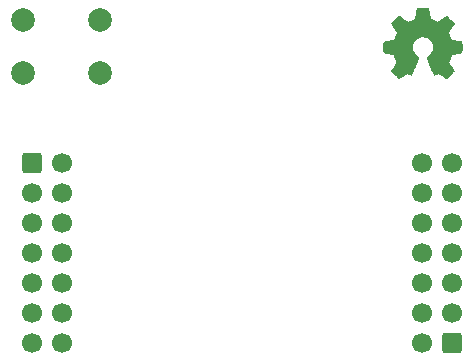
<source format=gts>
%TF.GenerationSoftware,KiCad,Pcbnew,(6.0.10-0)*%
%TF.CreationDate,2023-01-12T22:41:03+08:00*%
%TF.ProjectId,Control,436f6e74-726f-46c2-9e6b-696361645f70,V3.2.2*%
%TF.SameCoordinates,PX7df6180PY32de760*%
%TF.FileFunction,Soldermask,Top*%
%TF.FilePolarity,Negative*%
%FSLAX46Y46*%
G04 Gerber Fmt 4.6, Leading zero omitted, Abs format (unit mm)*
G04 Created by KiCad (PCBNEW (6.0.10-0)) date 2023-01-12 22:41:03*
%MOMM*%
%LPD*%
G01*
G04 APERTURE LIST*
G04 Aperture macros list*
%AMRoundRect*
0 Rectangle with rounded corners*
0 $1 Rounding radius*
0 $2 $3 $4 $5 $6 $7 $8 $9 X,Y pos of 4 corners*
0 Add a 4 corners polygon primitive as box body*
4,1,4,$2,$3,$4,$5,$6,$7,$8,$9,$2,$3,0*
0 Add four circle primitives for the rounded corners*
1,1,$1+$1,$2,$3*
1,1,$1+$1,$4,$5*
1,1,$1+$1,$6,$7*
1,1,$1+$1,$8,$9*
0 Add four rect primitives between the rounded corners*
20,1,$1+$1,$2,$3,$4,$5,0*
20,1,$1+$1,$4,$5,$6,$7,0*
20,1,$1+$1,$6,$7,$8,$9,0*
20,1,$1+$1,$8,$9,$2,$3,0*%
G04 Aperture macros list end*
%ADD10C,0.010000*%
%ADD11RoundRect,0.250000X-0.600000X-0.600000X0.600000X-0.600000X0.600000X0.600000X-0.600000X0.600000X0*%
%ADD12C,1.700000*%
%ADD13RoundRect,0.250000X0.600000X0.600000X-0.600000X0.600000X-0.600000X-0.600000X0.600000X-0.600000X0*%
%ADD14C,2.000000*%
G04 APERTURE END LIST*
%TO.C,Logo1*%
G36*
X23415814Y3801069D02*
G01*
X23499635Y3356445D01*
X23808920Y3228947D01*
X24118206Y3101449D01*
X24489246Y3353754D01*
X24593157Y3424004D01*
X24687087Y3486728D01*
X24766652Y3539062D01*
X24827470Y3578143D01*
X24865157Y3601107D01*
X24875421Y3606058D01*
X24893910Y3593324D01*
X24933420Y3558118D01*
X24989522Y3504938D01*
X25057787Y3438282D01*
X25133786Y3362646D01*
X25213092Y3282528D01*
X25291275Y3202426D01*
X25363907Y3126836D01*
X25426559Y3060255D01*
X25474803Y3007182D01*
X25504210Y2972113D01*
X25511241Y2960377D01*
X25501123Y2938740D01*
X25472759Y2891338D01*
X25429129Y2822807D01*
X25373218Y2737785D01*
X25308006Y2640907D01*
X25270219Y2585650D01*
X25201343Y2484752D01*
X25140140Y2393701D01*
X25089578Y2317030D01*
X25052628Y2259272D01*
X25032258Y2224957D01*
X25029197Y2217746D01*
X25036136Y2197252D01*
X25055051Y2149487D01*
X25083087Y2081168D01*
X25117391Y1999011D01*
X25155109Y1909730D01*
X25193387Y1820042D01*
X25229370Y1736662D01*
X25260206Y1666306D01*
X25283039Y1615690D01*
X25295017Y1591529D01*
X25295724Y1590578D01*
X25314531Y1585964D01*
X25364618Y1575672D01*
X25440793Y1560713D01*
X25537865Y1542099D01*
X25650643Y1520841D01*
X25716442Y1508582D01*
X25836950Y1485638D01*
X25945797Y1463805D01*
X26037476Y1444278D01*
X26106481Y1428252D01*
X26147304Y1416921D01*
X26155511Y1413326D01*
X26163548Y1388994D01*
X26170033Y1334041D01*
X26174970Y1254892D01*
X26178364Y1157974D01*
X26180218Y1049713D01*
X26180538Y936535D01*
X26179327Y824865D01*
X26176590Y721132D01*
X26172331Y631759D01*
X26166555Y563174D01*
X26159267Y521803D01*
X26154895Y513190D01*
X26128764Y502867D01*
X26073393Y488108D01*
X25996107Y470648D01*
X25904230Y452220D01*
X25872158Y446259D01*
X25717524Y417934D01*
X25595375Y395124D01*
X25501673Y376920D01*
X25432384Y362417D01*
X25383471Y350708D01*
X25350897Y340885D01*
X25330628Y332044D01*
X25318626Y323276D01*
X25316947Y321543D01*
X25300184Y293629D01*
X25274614Y239305D01*
X25242788Y165223D01*
X25207260Y78035D01*
X25170583Y-15608D01*
X25135311Y-109052D01*
X25103996Y-195647D01*
X25079193Y-268740D01*
X25063454Y-321678D01*
X25059332Y-347811D01*
X25059676Y-348726D01*
X25073641Y-370086D01*
X25105322Y-417084D01*
X25151391Y-484827D01*
X25208518Y-568423D01*
X25273373Y-662982D01*
X25291843Y-689854D01*
X25357699Y-787275D01*
X25415650Y-876163D01*
X25462538Y-951412D01*
X25495207Y-1007920D01*
X25510500Y-1040581D01*
X25511241Y-1044593D01*
X25498392Y-1065684D01*
X25462888Y-1107464D01*
X25409293Y-1165445D01*
X25342171Y-1235135D01*
X25266087Y-1312045D01*
X25185604Y-1391683D01*
X25105287Y-1469561D01*
X25029699Y-1541186D01*
X24963405Y-1602070D01*
X24910969Y-1647721D01*
X24876955Y-1673650D01*
X24867545Y-1677883D01*
X24845643Y-1667912D01*
X24800800Y-1641020D01*
X24740321Y-1601736D01*
X24693789Y-1570117D01*
X24609475Y-1512098D01*
X24509626Y-1443784D01*
X24409473Y-1375579D01*
X24355627Y-1339075D01*
X24173371Y-1215800D01*
X24020381Y-1298520D01*
X23950682Y-1334759D01*
X23891414Y-1362926D01*
X23851311Y-1378991D01*
X23841103Y-1381226D01*
X23828829Y-1364722D01*
X23804613Y-1318082D01*
X23770263Y-1245609D01*
X23727588Y-1151606D01*
X23678394Y-1040374D01*
X23624490Y-916215D01*
X23567684Y-783432D01*
X23509782Y-646327D01*
X23452593Y-509202D01*
X23397924Y-376358D01*
X23347584Y-252098D01*
X23303380Y-140725D01*
X23267119Y-46539D01*
X23240609Y26156D01*
X23225658Y73059D01*
X23223254Y89167D01*
X23242311Y109714D01*
X23284036Y143067D01*
X23339706Y182298D01*
X23344378Y185401D01*
X23488264Y300577D01*
X23604283Y434947D01*
X23691430Y584216D01*
X23748699Y744087D01*
X23775086Y910263D01*
X23769585Y1078448D01*
X23731190Y1244345D01*
X23658895Y1403658D01*
X23637626Y1438513D01*
X23526996Y1579263D01*
X23396302Y1692286D01*
X23250064Y1776997D01*
X23092808Y1832806D01*
X22929057Y1859126D01*
X22763333Y1855370D01*
X22600162Y1820950D01*
X22444065Y1755277D01*
X22299567Y1657765D01*
X22254869Y1618187D01*
X22141112Y1494297D01*
X22058218Y1363876D01*
X22001356Y1217685D01*
X21969687Y1072912D01*
X21961869Y910140D01*
X21987938Y746560D01*
X22045245Y587702D01*
X22131144Y439094D01*
X22242986Y306265D01*
X22378123Y194744D01*
X22395883Y182989D01*
X22452150Y144492D01*
X22494923Y111137D01*
X22515372Y89840D01*
X22515669Y89167D01*
X22511279Y66129D01*
X22493876Y13843D01*
X22465268Y-63390D01*
X22427265Y-161268D01*
X22381674Y-275491D01*
X22330303Y-401758D01*
X22274962Y-535767D01*
X22217458Y-673218D01*
X22159601Y-809808D01*
X22103198Y-941237D01*
X22050058Y-1063205D01*
X22001990Y-1171409D01*
X21960801Y-1261549D01*
X21928301Y-1329323D01*
X21906297Y-1370430D01*
X21897436Y-1381226D01*
X21870360Y-1372819D01*
X21819697Y-1350272D01*
X21754183Y-1317613D01*
X21718159Y-1298520D01*
X21565168Y-1215800D01*
X21382912Y-1339075D01*
X21289875Y-1402228D01*
X21188015Y-1471727D01*
X21092562Y-1537165D01*
X21044750Y-1570117D01*
X20977505Y-1615273D01*
X20920564Y-1651057D01*
X20881354Y-1672938D01*
X20868619Y-1677563D01*
X20850083Y-1665085D01*
X20809059Y-1630252D01*
X20749525Y-1576678D01*
X20675458Y-1507983D01*
X20590835Y-1427781D01*
X20537315Y-1376286D01*
X20443681Y-1284286D01*
X20362759Y-1201999D01*
X20297823Y-1132945D01*
X20252142Y-1080644D01*
X20228989Y-1048616D01*
X20226768Y-1042116D01*
X20237076Y-1017394D01*
X20265561Y-967405D01*
X20309063Y-897212D01*
X20364423Y-811875D01*
X20428480Y-716456D01*
X20446697Y-689854D01*
X20513073Y-593167D01*
X20572622Y-506117D01*
X20622016Y-433595D01*
X20657925Y-380493D01*
X20677019Y-351703D01*
X20678864Y-348726D01*
X20676105Y-325782D01*
X20661462Y-275336D01*
X20637487Y-204041D01*
X20606734Y-118547D01*
X20571756Y-25507D01*
X20535107Y68426D01*
X20499339Y156601D01*
X20467006Y232366D01*
X20440662Y289069D01*
X20422858Y320057D01*
X20421593Y321543D01*
X20410706Y330399D01*
X20392318Y339157D01*
X20362394Y348723D01*
X20316897Y360004D01*
X20251791Y373907D01*
X20163039Y391337D01*
X20046607Y413202D01*
X19898458Y440409D01*
X19866382Y446259D01*
X19771314Y464626D01*
X19688435Y482595D01*
X19625070Y498431D01*
X19588542Y510400D01*
X19583644Y513190D01*
X19575573Y537928D01*
X19569013Y593210D01*
X19563967Y672611D01*
X19560441Y769704D01*
X19558439Y878062D01*
X19557964Y991260D01*
X19559023Y1102872D01*
X19561618Y1206471D01*
X19565754Y1295632D01*
X19571437Y1363928D01*
X19578669Y1404934D01*
X19583029Y1413326D01*
X19607302Y1421792D01*
X19662574Y1435565D01*
X19743338Y1453450D01*
X19844088Y1474252D01*
X19959317Y1496777D01*
X20022098Y1508582D01*
X20141213Y1530849D01*
X20247435Y1551021D01*
X20335573Y1568085D01*
X20400434Y1581031D01*
X20436826Y1588845D01*
X20442816Y1590578D01*
X20452939Y1610110D01*
X20474338Y1657157D01*
X20504161Y1724997D01*
X20539555Y1806909D01*
X20577668Y1896172D01*
X20615647Y1986065D01*
X20650640Y2069865D01*
X20679794Y2140853D01*
X20700257Y2192306D01*
X20709177Y2217503D01*
X20709343Y2218604D01*
X20699231Y2238481D01*
X20670883Y2284223D01*
X20627277Y2351283D01*
X20571394Y2435116D01*
X20506213Y2531174D01*
X20468321Y2586350D01*
X20399275Y2687519D01*
X20337950Y2779370D01*
X20287337Y2857256D01*
X20250429Y2916531D01*
X20230218Y2952549D01*
X20227299Y2960623D01*
X20239847Y2979416D01*
X20274537Y3019543D01*
X20326937Y3076507D01*
X20392616Y3145815D01*
X20467144Y3222969D01*
X20546087Y3303475D01*
X20625017Y3382837D01*
X20699500Y3456560D01*
X20765106Y3520148D01*
X20817404Y3569106D01*
X20851961Y3598939D01*
X20863522Y3606058D01*
X20882346Y3596047D01*
X20927369Y3567922D01*
X20994213Y3524546D01*
X21078501Y3468782D01*
X21175856Y3403494D01*
X21249293Y3353754D01*
X21620333Y3101449D01*
X22238905Y3356445D01*
X22322725Y3801069D01*
X22406546Y4245693D01*
X23331994Y4245693D01*
X23415814Y3801069D01*
G37*
D10*
X23415814Y3801069D02*
X23499635Y3356445D01*
X23808920Y3228947D01*
X24118206Y3101449D01*
X24489246Y3353754D01*
X24593157Y3424004D01*
X24687087Y3486728D01*
X24766652Y3539062D01*
X24827470Y3578143D01*
X24865157Y3601107D01*
X24875421Y3606058D01*
X24893910Y3593324D01*
X24933420Y3558118D01*
X24989522Y3504938D01*
X25057787Y3438282D01*
X25133786Y3362646D01*
X25213092Y3282528D01*
X25291275Y3202426D01*
X25363907Y3126836D01*
X25426559Y3060255D01*
X25474803Y3007182D01*
X25504210Y2972113D01*
X25511241Y2960377D01*
X25501123Y2938740D01*
X25472759Y2891338D01*
X25429129Y2822807D01*
X25373218Y2737785D01*
X25308006Y2640907D01*
X25270219Y2585650D01*
X25201343Y2484752D01*
X25140140Y2393701D01*
X25089578Y2317030D01*
X25052628Y2259272D01*
X25032258Y2224957D01*
X25029197Y2217746D01*
X25036136Y2197252D01*
X25055051Y2149487D01*
X25083087Y2081168D01*
X25117391Y1999011D01*
X25155109Y1909730D01*
X25193387Y1820042D01*
X25229370Y1736662D01*
X25260206Y1666306D01*
X25283039Y1615690D01*
X25295017Y1591529D01*
X25295724Y1590578D01*
X25314531Y1585964D01*
X25364618Y1575672D01*
X25440793Y1560713D01*
X25537865Y1542099D01*
X25650643Y1520841D01*
X25716442Y1508582D01*
X25836950Y1485638D01*
X25945797Y1463805D01*
X26037476Y1444278D01*
X26106481Y1428252D01*
X26147304Y1416921D01*
X26155511Y1413326D01*
X26163548Y1388994D01*
X26170033Y1334041D01*
X26174970Y1254892D01*
X26178364Y1157974D01*
X26180218Y1049713D01*
X26180538Y936535D01*
X26179327Y824865D01*
X26176590Y721132D01*
X26172331Y631759D01*
X26166555Y563174D01*
X26159267Y521803D01*
X26154895Y513190D01*
X26128764Y502867D01*
X26073393Y488108D01*
X25996107Y470648D01*
X25904230Y452220D01*
X25872158Y446259D01*
X25717524Y417934D01*
X25595375Y395124D01*
X25501673Y376920D01*
X25432384Y362417D01*
X25383471Y350708D01*
X25350897Y340885D01*
X25330628Y332044D01*
X25318626Y323276D01*
X25316947Y321543D01*
X25300184Y293629D01*
X25274614Y239305D01*
X25242788Y165223D01*
X25207260Y78035D01*
X25170583Y-15608D01*
X25135311Y-109052D01*
X25103996Y-195647D01*
X25079193Y-268740D01*
X25063454Y-321678D01*
X25059332Y-347811D01*
X25059676Y-348726D01*
X25073641Y-370086D01*
X25105322Y-417084D01*
X25151391Y-484827D01*
X25208518Y-568423D01*
X25273373Y-662982D01*
X25291843Y-689854D01*
X25357699Y-787275D01*
X25415650Y-876163D01*
X25462538Y-951412D01*
X25495207Y-1007920D01*
X25510500Y-1040581D01*
X25511241Y-1044593D01*
X25498392Y-1065684D01*
X25462888Y-1107464D01*
X25409293Y-1165445D01*
X25342171Y-1235135D01*
X25266087Y-1312045D01*
X25185604Y-1391683D01*
X25105287Y-1469561D01*
X25029699Y-1541186D01*
X24963405Y-1602070D01*
X24910969Y-1647721D01*
X24876955Y-1673650D01*
X24867545Y-1677883D01*
X24845643Y-1667912D01*
X24800800Y-1641020D01*
X24740321Y-1601736D01*
X24693789Y-1570117D01*
X24609475Y-1512098D01*
X24509626Y-1443784D01*
X24409473Y-1375579D01*
X24355627Y-1339075D01*
X24173371Y-1215800D01*
X24020381Y-1298520D01*
X23950682Y-1334759D01*
X23891414Y-1362926D01*
X23851311Y-1378991D01*
X23841103Y-1381226D01*
X23828829Y-1364722D01*
X23804613Y-1318082D01*
X23770263Y-1245609D01*
X23727588Y-1151606D01*
X23678394Y-1040374D01*
X23624490Y-916215D01*
X23567684Y-783432D01*
X23509782Y-646327D01*
X23452593Y-509202D01*
X23397924Y-376358D01*
X23347584Y-252098D01*
X23303380Y-140725D01*
X23267119Y-46539D01*
X23240609Y26156D01*
X23225658Y73059D01*
X23223254Y89167D01*
X23242311Y109714D01*
X23284036Y143067D01*
X23339706Y182298D01*
X23344378Y185401D01*
X23488264Y300577D01*
X23604283Y434947D01*
X23691430Y584216D01*
X23748699Y744087D01*
X23775086Y910263D01*
X23769585Y1078448D01*
X23731190Y1244345D01*
X23658895Y1403658D01*
X23637626Y1438513D01*
X23526996Y1579263D01*
X23396302Y1692286D01*
X23250064Y1776997D01*
X23092808Y1832806D01*
X22929057Y1859126D01*
X22763333Y1855370D01*
X22600162Y1820950D01*
X22444065Y1755277D01*
X22299567Y1657765D01*
X22254869Y1618187D01*
X22141112Y1494297D01*
X22058218Y1363876D01*
X22001356Y1217685D01*
X21969687Y1072912D01*
X21961869Y910140D01*
X21987938Y746560D01*
X22045245Y587702D01*
X22131144Y439094D01*
X22242986Y306265D01*
X22378123Y194744D01*
X22395883Y182989D01*
X22452150Y144492D01*
X22494923Y111137D01*
X22515372Y89840D01*
X22515669Y89167D01*
X22511279Y66129D01*
X22493876Y13843D01*
X22465268Y-63390D01*
X22427265Y-161268D01*
X22381674Y-275491D01*
X22330303Y-401758D01*
X22274962Y-535767D01*
X22217458Y-673218D01*
X22159601Y-809808D01*
X22103198Y-941237D01*
X22050058Y-1063205D01*
X22001990Y-1171409D01*
X21960801Y-1261549D01*
X21928301Y-1329323D01*
X21906297Y-1370430D01*
X21897436Y-1381226D01*
X21870360Y-1372819D01*
X21819697Y-1350272D01*
X21754183Y-1317613D01*
X21718159Y-1298520D01*
X21565168Y-1215800D01*
X21382912Y-1339075D01*
X21289875Y-1402228D01*
X21188015Y-1471727D01*
X21092562Y-1537165D01*
X21044750Y-1570117D01*
X20977505Y-1615273D01*
X20920564Y-1651057D01*
X20881354Y-1672938D01*
X20868619Y-1677563D01*
X20850083Y-1665085D01*
X20809059Y-1630252D01*
X20749525Y-1576678D01*
X20675458Y-1507983D01*
X20590835Y-1427781D01*
X20537315Y-1376286D01*
X20443681Y-1284286D01*
X20362759Y-1201999D01*
X20297823Y-1132945D01*
X20252142Y-1080644D01*
X20228989Y-1048616D01*
X20226768Y-1042116D01*
X20237076Y-1017394D01*
X20265561Y-967405D01*
X20309063Y-897212D01*
X20364423Y-811875D01*
X20428480Y-716456D01*
X20446697Y-689854D01*
X20513073Y-593167D01*
X20572622Y-506117D01*
X20622016Y-433595D01*
X20657925Y-380493D01*
X20677019Y-351703D01*
X20678864Y-348726D01*
X20676105Y-325782D01*
X20661462Y-275336D01*
X20637487Y-204041D01*
X20606734Y-118547D01*
X20571756Y-25507D01*
X20535107Y68426D01*
X20499339Y156601D01*
X20467006Y232366D01*
X20440662Y289069D01*
X20422858Y320057D01*
X20421593Y321543D01*
X20410706Y330399D01*
X20392318Y339157D01*
X20362394Y348723D01*
X20316897Y360004D01*
X20251791Y373907D01*
X20163039Y391337D01*
X20046607Y413202D01*
X19898458Y440409D01*
X19866382Y446259D01*
X19771314Y464626D01*
X19688435Y482595D01*
X19625070Y498431D01*
X19588542Y510400D01*
X19583644Y513190D01*
X19575573Y537928D01*
X19569013Y593210D01*
X19563967Y672611D01*
X19560441Y769704D01*
X19558439Y878062D01*
X19557964Y991260D01*
X19559023Y1102872D01*
X19561618Y1206471D01*
X19565754Y1295632D01*
X19571437Y1363928D01*
X19578669Y1404934D01*
X19583029Y1413326D01*
X19607302Y1421792D01*
X19662574Y1435565D01*
X19743338Y1453450D01*
X19844088Y1474252D01*
X19959317Y1496777D01*
X20022098Y1508582D01*
X20141213Y1530849D01*
X20247435Y1551021D01*
X20335573Y1568085D01*
X20400434Y1581031D01*
X20436826Y1588845D01*
X20442816Y1590578D01*
X20452939Y1610110D01*
X20474338Y1657157D01*
X20504161Y1724997D01*
X20539555Y1806909D01*
X20577668Y1896172D01*
X20615647Y1986065D01*
X20650640Y2069865D01*
X20679794Y2140853D01*
X20700257Y2192306D01*
X20709177Y2217503D01*
X20709343Y2218604D01*
X20699231Y2238481D01*
X20670883Y2284223D01*
X20627277Y2351283D01*
X20571394Y2435116D01*
X20506213Y2531174D01*
X20468321Y2586350D01*
X20399275Y2687519D01*
X20337950Y2779370D01*
X20287337Y2857256D01*
X20250429Y2916531D01*
X20230218Y2952549D01*
X20227299Y2960623D01*
X20239847Y2979416D01*
X20274537Y3019543D01*
X20326937Y3076507D01*
X20392616Y3145815D01*
X20467144Y3222969D01*
X20546087Y3303475D01*
X20625017Y3382837D01*
X20699500Y3456560D01*
X20765106Y3520148D01*
X20817404Y3569106D01*
X20851961Y3598939D01*
X20863522Y3606058D01*
X20882346Y3596047D01*
X20927369Y3567922D01*
X20994213Y3524546D01*
X21078501Y3468782D01*
X21175856Y3403494D01*
X21249293Y3353754D01*
X21620333Y3101449D01*
X22238905Y3356445D01*
X22322725Y3801069D01*
X22406546Y4245693D01*
X23331994Y4245693D01*
X23415814Y3801069D01*
%TD*%
D11*
%TO.C,J1*%
X-10160000Y-8890000D03*
D12*
X-7620000Y-8890000D03*
X-10160000Y-11430000D03*
X-7620000Y-11430000D03*
X-10160000Y-13970000D03*
X-7620000Y-13970000D03*
X-10160000Y-16510000D03*
X-7620000Y-16510000D03*
X-10160000Y-19050000D03*
X-7620000Y-19050000D03*
X-10160000Y-21590000D03*
X-7620000Y-21590000D03*
X-10160000Y-24130000D03*
X-7620000Y-24130000D03*
%TD*%
D13*
%TO.C,J2*%
X25400000Y-24130000D03*
D12*
X22860000Y-24130000D03*
X25400000Y-21590000D03*
X22860000Y-21590000D03*
X25400000Y-19050000D03*
X22860000Y-19050000D03*
X25400000Y-16510000D03*
X22860000Y-16510000D03*
X25400000Y-13970000D03*
X22860000Y-13970000D03*
X25400000Y-11430000D03*
X22860000Y-11430000D03*
X25400000Y-8890000D03*
X22860000Y-8890000D03*
%TD*%
D14*
%TO.C,SW1*%
X-10945000Y3230000D03*
X-10945000Y-1270000D03*
X-4445000Y3230000D03*
X-4445000Y-1270000D03*
%TD*%
M02*

</source>
